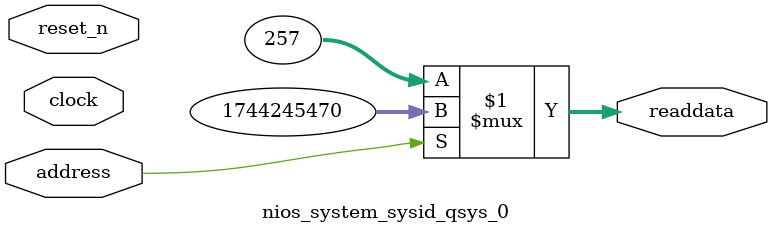
<source format=v>



// synthesis translate_off
`timescale 1ns / 1ps
// synthesis translate_on

// turn off superfluous verilog processor warnings 
// altera message_level Level1 
// altera message_off 10034 10035 10036 10037 10230 10240 10030 

module nios_system_sysid_qsys_0 (
               // inputs:
                address,
                clock,
                reset_n,

               // outputs:
                readdata
             )
;

  output  [ 31: 0] readdata;
  input            address;
  input            clock;
  input            reset_n;

  wire    [ 31: 0] readdata;
  //control_slave, which is an e_avalon_slave
  assign readdata = address ? 1744245470 : 257;

endmodule



</source>
